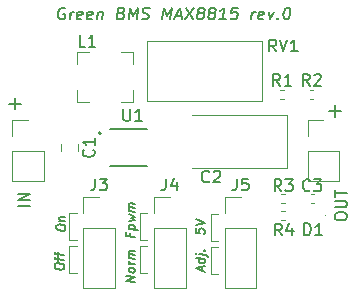
<source format=gbr>
%TF.GenerationSoftware,KiCad,Pcbnew,(5.1.9)-1*%
%TF.CreationDate,2021-12-07T16:03:42+01:00*%
%TF.ProjectId,max8815_00,6d617838-3831-4355-9f30-302e6b696361,rev?*%
%TF.SameCoordinates,Original*%
%TF.FileFunction,Legend,Top*%
%TF.FilePolarity,Positive*%
%FSLAX46Y46*%
G04 Gerber Fmt 4.6, Leading zero omitted, Abs format (unit mm)*
G04 Created by KiCad (PCBNEW (5.1.9)-1) date 2021-12-07 16:03:42*
%MOMM*%
%LPD*%
G01*
G04 APERTURE LIST*
%ADD10C,0.150000*%
%ADD11C,0.120000*%
%ADD12C,0.100000*%
%ADD13C,0.127000*%
%ADD14C,0.200000*%
G04 APERTURE END LIST*
D10*
X117657157Y-94700000D02*
X117567872Y-94652380D01*
X117425014Y-94652380D01*
X117276205Y-94700000D01*
X117169062Y-94795238D01*
X117109538Y-94890476D01*
X117038110Y-95080952D01*
X117020252Y-95223809D01*
X117044062Y-95414285D01*
X117079776Y-95509523D01*
X117163110Y-95604761D01*
X117300014Y-95652380D01*
X117395252Y-95652380D01*
X117544062Y-95604761D01*
X117597633Y-95557142D01*
X117639300Y-95223809D01*
X117448824Y-95223809D01*
X118014300Y-95652380D02*
X118097633Y-94985714D01*
X118073824Y-95176190D02*
X118133348Y-95080952D01*
X118186919Y-95033333D01*
X118288110Y-94985714D01*
X118383348Y-94985714D01*
X119020252Y-95604761D02*
X118919062Y-95652380D01*
X118728586Y-95652380D01*
X118639300Y-95604761D01*
X118603586Y-95509523D01*
X118651205Y-95128571D01*
X118710729Y-95033333D01*
X118811919Y-94985714D01*
X119002395Y-94985714D01*
X119091681Y-95033333D01*
X119127395Y-95128571D01*
X119115491Y-95223809D01*
X118627395Y-95319047D01*
X119877395Y-95604761D02*
X119776205Y-95652380D01*
X119585729Y-95652380D01*
X119496443Y-95604761D01*
X119460729Y-95509523D01*
X119508348Y-95128571D01*
X119567872Y-95033333D01*
X119669062Y-94985714D01*
X119859538Y-94985714D01*
X119948824Y-95033333D01*
X119984538Y-95128571D01*
X119972633Y-95223809D01*
X119484538Y-95319047D01*
X120430967Y-94985714D02*
X120347633Y-95652380D01*
X120419062Y-95080952D02*
X120472633Y-95033333D01*
X120573824Y-94985714D01*
X120716681Y-94985714D01*
X120805967Y-95033333D01*
X120841681Y-95128571D01*
X120776205Y-95652380D01*
X122413110Y-95128571D02*
X122550014Y-95176190D01*
X122591681Y-95223809D01*
X122627395Y-95319047D01*
X122609538Y-95461904D01*
X122550014Y-95557142D01*
X122496443Y-95604761D01*
X122395252Y-95652380D01*
X122014300Y-95652380D01*
X122139300Y-94652380D01*
X122472633Y-94652380D01*
X122561919Y-94700000D01*
X122603586Y-94747619D01*
X122639300Y-94842857D01*
X122627395Y-94938095D01*
X122567872Y-95033333D01*
X122514300Y-95080952D01*
X122413110Y-95128571D01*
X122079776Y-95128571D01*
X123014300Y-95652380D02*
X123139300Y-94652380D01*
X123383348Y-95366666D01*
X123805967Y-94652380D01*
X123680967Y-95652380D01*
X124115491Y-95604761D02*
X124252395Y-95652380D01*
X124490491Y-95652380D01*
X124591681Y-95604761D01*
X124645252Y-95557142D01*
X124704776Y-95461904D01*
X124716681Y-95366666D01*
X124680967Y-95271428D01*
X124639300Y-95223809D01*
X124550014Y-95176190D01*
X124365491Y-95128571D01*
X124276205Y-95080952D01*
X124234538Y-95033333D01*
X124198824Y-94938095D01*
X124210729Y-94842857D01*
X124270252Y-94747619D01*
X124323824Y-94700000D01*
X124425014Y-94652380D01*
X124663110Y-94652380D01*
X124800014Y-94700000D01*
X125871443Y-95652380D02*
X125996443Y-94652380D01*
X126240491Y-95366666D01*
X126663110Y-94652380D01*
X126538110Y-95652380D01*
X127002395Y-95366666D02*
X127478586Y-95366666D01*
X126871443Y-95652380D02*
X127329776Y-94652380D01*
X127538110Y-95652380D01*
X127901205Y-94652380D02*
X128442872Y-95652380D01*
X128567872Y-94652380D02*
X127776205Y-95652380D01*
X129038110Y-95080952D02*
X128948824Y-95033333D01*
X128907157Y-94985714D01*
X128871443Y-94890476D01*
X128877395Y-94842857D01*
X128936919Y-94747619D01*
X128990491Y-94700000D01*
X129091681Y-94652380D01*
X129282157Y-94652380D01*
X129371443Y-94700000D01*
X129413110Y-94747619D01*
X129448824Y-94842857D01*
X129442872Y-94890476D01*
X129383348Y-94985714D01*
X129329776Y-95033333D01*
X129228586Y-95080952D01*
X129038110Y-95080952D01*
X128936919Y-95128571D01*
X128883348Y-95176190D01*
X128823824Y-95271428D01*
X128800014Y-95461904D01*
X128835729Y-95557142D01*
X128877395Y-95604761D01*
X128966681Y-95652380D01*
X129157157Y-95652380D01*
X129258348Y-95604761D01*
X129311919Y-95557142D01*
X129371443Y-95461904D01*
X129395252Y-95271428D01*
X129359538Y-95176190D01*
X129317872Y-95128571D01*
X129228586Y-95080952D01*
X129990491Y-95080952D02*
X129901205Y-95033333D01*
X129859538Y-94985714D01*
X129823824Y-94890476D01*
X129829776Y-94842857D01*
X129889300Y-94747619D01*
X129942872Y-94700000D01*
X130044062Y-94652380D01*
X130234538Y-94652380D01*
X130323824Y-94700000D01*
X130365491Y-94747619D01*
X130401205Y-94842857D01*
X130395252Y-94890476D01*
X130335729Y-94985714D01*
X130282157Y-95033333D01*
X130180967Y-95080952D01*
X129990491Y-95080952D01*
X129889300Y-95128571D01*
X129835729Y-95176190D01*
X129776205Y-95271428D01*
X129752395Y-95461904D01*
X129788110Y-95557142D01*
X129829776Y-95604761D01*
X129919062Y-95652380D01*
X130109538Y-95652380D01*
X130210729Y-95604761D01*
X130264300Y-95557142D01*
X130323824Y-95461904D01*
X130347633Y-95271428D01*
X130311919Y-95176190D01*
X130270252Y-95128571D01*
X130180967Y-95080952D01*
X131252395Y-95652380D02*
X130680967Y-95652380D01*
X130966681Y-95652380D02*
X131091681Y-94652380D01*
X130978586Y-94795238D01*
X130871443Y-94890476D01*
X130770252Y-94938095D01*
X132282157Y-94652380D02*
X131805967Y-94652380D01*
X131698824Y-95128571D01*
X131752395Y-95080952D01*
X131853586Y-95033333D01*
X132091681Y-95033333D01*
X132180967Y-95080952D01*
X132222633Y-95128571D01*
X132258348Y-95223809D01*
X132228586Y-95461904D01*
X132169062Y-95557142D01*
X132115491Y-95604761D01*
X132014300Y-95652380D01*
X131776205Y-95652380D01*
X131686919Y-95604761D01*
X131645252Y-95557142D01*
X133395252Y-95652380D02*
X133478586Y-94985714D01*
X133454776Y-95176190D02*
X133514300Y-95080952D01*
X133567872Y-95033333D01*
X133669062Y-94985714D01*
X133764300Y-94985714D01*
X134401205Y-95604761D02*
X134300014Y-95652380D01*
X134109538Y-95652380D01*
X134020252Y-95604761D01*
X133984538Y-95509523D01*
X134032157Y-95128571D01*
X134091681Y-95033333D01*
X134192872Y-94985714D01*
X134383348Y-94985714D01*
X134472633Y-95033333D01*
X134508348Y-95128571D01*
X134496443Y-95223809D01*
X134008348Y-95319047D01*
X134859538Y-94985714D02*
X135014300Y-95652380D01*
X135335729Y-94985714D01*
X135645252Y-95557142D02*
X135686919Y-95604761D01*
X135633348Y-95652380D01*
X135591681Y-95604761D01*
X135645252Y-95557142D01*
X135633348Y-95652380D01*
X136425014Y-94652380D02*
X136520252Y-94652380D01*
X136609538Y-94700000D01*
X136651205Y-94747619D01*
X136686919Y-94842857D01*
X136710729Y-95033333D01*
X136680967Y-95271428D01*
X136609538Y-95461904D01*
X136550014Y-95557142D01*
X136496443Y-95604761D01*
X136395252Y-95652380D01*
X136300014Y-95652380D01*
X136210729Y-95604761D01*
X136169062Y-95557142D01*
X136133348Y-95461904D01*
X136109538Y-95271428D01*
X136139300Y-95033333D01*
X136210729Y-94842857D01*
X136270252Y-94747619D01*
X136323824Y-94700000D01*
X136425014Y-94652380D01*
X128682714Y-113328982D02*
X128682714Y-113691839D01*
X129045571Y-113773482D01*
X129009285Y-113732660D01*
X128973000Y-113655553D01*
X128973000Y-113474125D01*
X129009285Y-113406089D01*
X129045571Y-113374339D01*
X129118142Y-113347125D01*
X129299571Y-113369803D01*
X129372142Y-113415160D01*
X129408428Y-113455982D01*
X129444714Y-113533089D01*
X129444714Y-113714517D01*
X129408428Y-113782553D01*
X129372142Y-113814303D01*
X128682714Y-113074982D02*
X129444714Y-112916232D01*
X128682714Y-112566982D01*
X129227000Y-116940875D02*
X129227000Y-116578017D01*
X129444714Y-117040660D02*
X128682714Y-116691410D01*
X129444714Y-116532660D01*
X129444714Y-115952089D02*
X128682714Y-115856839D01*
X129408428Y-115947553D02*
X129444714Y-116024660D01*
X129444714Y-116169803D01*
X129408428Y-116237839D01*
X129372142Y-116269589D01*
X129299571Y-116296803D01*
X129081857Y-116269589D01*
X129009285Y-116224232D01*
X128973000Y-116183410D01*
X128936714Y-116106303D01*
X128936714Y-115961160D01*
X128973000Y-115893125D01*
X128936714Y-115525732D02*
X129589857Y-115607375D01*
X129662428Y-115652732D01*
X129698714Y-115729839D01*
X129698714Y-115766125D01*
X128682714Y-115493982D02*
X128719000Y-115534803D01*
X128755285Y-115503053D01*
X128719000Y-115462232D01*
X128682714Y-115493982D01*
X128755285Y-115503053D01*
X129372142Y-115217303D02*
X129408428Y-115185553D01*
X129444714Y-115226375D01*
X129408428Y-115258125D01*
X129372142Y-115217303D01*
X129444714Y-115226375D01*
X123145571Y-113772196D02*
X123145571Y-114026196D01*
X123544714Y-114076089D02*
X122782714Y-113980839D01*
X122782714Y-113617982D01*
X123036714Y-113359446D02*
X123798714Y-113454696D01*
X123073000Y-113363982D02*
X123036714Y-113286875D01*
X123036714Y-113141732D01*
X123073000Y-113073696D01*
X123109285Y-113041946D01*
X123181857Y-113014732D01*
X123399571Y-113041946D01*
X123472142Y-113087303D01*
X123508428Y-113128125D01*
X123544714Y-113205232D01*
X123544714Y-113350375D01*
X123508428Y-113418410D01*
X123036714Y-112742589D02*
X123544714Y-112660946D01*
X123181857Y-112470446D01*
X123544714Y-112370660D01*
X123036714Y-112162017D01*
X123544714Y-111935232D02*
X123036714Y-111871732D01*
X123109285Y-111880803D02*
X123073000Y-111839982D01*
X123036714Y-111762875D01*
X123036714Y-111654017D01*
X123073000Y-111585982D01*
X123145571Y-111558767D01*
X123544714Y-111608660D01*
X123145571Y-111558767D02*
X123073000Y-111513410D01*
X123036714Y-111436303D01*
X123036714Y-111327446D01*
X123073000Y-111259410D01*
X123145571Y-111232196D01*
X123544714Y-111282089D01*
X123544714Y-117885375D02*
X122782714Y-117790125D01*
X123544714Y-117449946D01*
X122782714Y-117354696D01*
X123544714Y-116978232D02*
X123508428Y-117046267D01*
X123472142Y-117078017D01*
X123399571Y-117105232D01*
X123181857Y-117078017D01*
X123109285Y-117032660D01*
X123073000Y-116991839D01*
X123036714Y-116914732D01*
X123036714Y-116805875D01*
X123073000Y-116737839D01*
X123109285Y-116706089D01*
X123181857Y-116678875D01*
X123399571Y-116706089D01*
X123472142Y-116751446D01*
X123508428Y-116792267D01*
X123544714Y-116869375D01*
X123544714Y-116978232D01*
X123544714Y-116397660D02*
X123036714Y-116334160D01*
X123181857Y-116352303D02*
X123109285Y-116306946D01*
X123073000Y-116266125D01*
X123036714Y-116189017D01*
X123036714Y-116116446D01*
X123544714Y-115925946D02*
X123036714Y-115862446D01*
X123109285Y-115871517D02*
X123073000Y-115830696D01*
X123036714Y-115753589D01*
X123036714Y-115644732D01*
X123073000Y-115576696D01*
X123145571Y-115549482D01*
X123544714Y-115599375D01*
X123145571Y-115549482D02*
X123073000Y-115504125D01*
X123036714Y-115427017D01*
X123036714Y-115318160D01*
X123073000Y-115250125D01*
X123145571Y-115222910D01*
X123544714Y-115272803D01*
X116782714Y-116591839D02*
X116782714Y-116446696D01*
X116819000Y-116378660D01*
X116891571Y-116315160D01*
X117036714Y-116297017D01*
X117290714Y-116328767D01*
X117435857Y-116383196D01*
X117508428Y-116464839D01*
X117544714Y-116541946D01*
X117544714Y-116687089D01*
X117508428Y-116755125D01*
X117435857Y-116818625D01*
X117290714Y-116836767D01*
X117036714Y-116805017D01*
X116891571Y-116750589D01*
X116819000Y-116668946D01*
X116782714Y-116591839D01*
X117036714Y-116079303D02*
X117036714Y-115789017D01*
X117544714Y-116033946D02*
X116891571Y-115952303D01*
X116819000Y-115906946D01*
X116782714Y-115829839D01*
X116782714Y-115757267D01*
X117036714Y-115643875D02*
X117036714Y-115353589D01*
X117544714Y-115598517D02*
X116891571Y-115516875D01*
X116819000Y-115471517D01*
X116782714Y-115394410D01*
X116782714Y-115321839D01*
D11*
X130000000Y-114900000D02*
X130000000Y-117200000D01*
X130600000Y-114900000D02*
X130000000Y-114900000D01*
X130600000Y-112100000D02*
X130000000Y-112100000D01*
X130000000Y-114400000D02*
X130600000Y-114400000D01*
X130000000Y-112100000D02*
X130000000Y-114400000D01*
X130000000Y-117200000D02*
X130600000Y-117200000D01*
X124000000Y-114800000D02*
X124000000Y-117100000D01*
X124600000Y-114800000D02*
X124000000Y-114800000D01*
X124600000Y-112000000D02*
X124000000Y-112000000D01*
X124000000Y-114300000D02*
X124600000Y-114300000D01*
X124000000Y-112000000D02*
X124000000Y-114300000D01*
X124000000Y-117100000D02*
X124600000Y-117100000D01*
X118600000Y-114800000D02*
X118000000Y-114800000D01*
X118000000Y-117100000D02*
X118600000Y-117100000D01*
X118000000Y-114800000D02*
X118000000Y-117100000D01*
X118000000Y-114300000D02*
X118600000Y-114300000D01*
X118000000Y-112000000D02*
X118000000Y-114300000D01*
X118600000Y-112000000D02*
X118000000Y-112000000D01*
D10*
X116882714Y-113301125D02*
X116882714Y-113155982D01*
X116919000Y-113087946D01*
X116991571Y-113024446D01*
X117136714Y-113006303D01*
X117390714Y-113038053D01*
X117535857Y-113092482D01*
X117608428Y-113174125D01*
X117644714Y-113251232D01*
X117644714Y-113396375D01*
X117608428Y-113464410D01*
X117535857Y-113527910D01*
X117390714Y-113546053D01*
X117136714Y-113514303D01*
X116991571Y-113459875D01*
X116919000Y-113378232D01*
X116882714Y-113301125D01*
X117136714Y-112679732D02*
X117644714Y-112743232D01*
X117209285Y-112688803D02*
X117173000Y-112647982D01*
X117136714Y-112570875D01*
X117136714Y-112462017D01*
X117173000Y-112393982D01*
X117245571Y-112366767D01*
X117644714Y-112416660D01*
X112916190Y-102790714D02*
X113883809Y-102790714D01*
X113400000Y-103274523D02*
X113400000Y-102306904D01*
X140016190Y-103390714D02*
X140983809Y-103390714D01*
X140500000Y-103874523D02*
X140500000Y-102906904D01*
D11*
%TO.C,R4*%
X135952259Y-112622600D02*
X136259541Y-112622600D01*
X135952259Y-111862600D02*
X136259541Y-111862600D01*
D12*
%TO.C,D1*%
X139735100Y-112229900D02*
G75*
G03*
X139735100Y-112229900I-50000J0D01*
G01*
D11*
%TO.C,L1*%
X123385000Y-102610000D02*
X123385000Y-101585000D01*
X123385000Y-102610000D02*
X122360000Y-102610000D01*
X118615000Y-102610000D02*
X119640000Y-102610000D01*
X118615000Y-102610000D02*
X118615000Y-101585000D01*
X118615000Y-98390000D02*
X118615000Y-99415000D01*
X123385000Y-98390000D02*
X123385000Y-99415000D01*
X118615000Y-98390000D02*
X119640000Y-98390000D01*
X123385000Y-98390000D02*
X122360000Y-98390000D01*
%TO.C,R1*%
X135846359Y-101620000D02*
X136153641Y-101620000D01*
X135846359Y-102380000D02*
X136153641Y-102380000D01*
%TO.C,J4*%
X125170000Y-118410000D02*
X127830000Y-118410000D01*
X125170000Y-113270000D02*
X125170000Y-118410000D01*
X127830000Y-113270000D02*
X127830000Y-118410000D01*
X125170000Y-113270000D02*
X127830000Y-113270000D01*
X125170000Y-112000000D02*
X125170000Y-110670000D01*
X125170000Y-110670000D02*
X126500000Y-110670000D01*
%TO.C,J3*%
X119170000Y-118410000D02*
X121830000Y-118410000D01*
X119170000Y-113270000D02*
X119170000Y-118410000D01*
X121830000Y-113270000D02*
X121830000Y-118410000D01*
X119170000Y-113270000D02*
X121830000Y-113270000D01*
X119170000Y-112000000D02*
X119170000Y-110670000D01*
X119170000Y-110670000D02*
X120500000Y-110670000D01*
%TO.C,OUT*%
X138170000Y-109370000D02*
X140830000Y-109370000D01*
X138170000Y-106770000D02*
X138170000Y-109370000D01*
X140830000Y-106770000D02*
X140830000Y-109370000D01*
X138170000Y-106770000D02*
X140830000Y-106770000D01*
X138170000Y-105500000D02*
X138170000Y-104170000D01*
X138170000Y-104170000D02*
X139500000Y-104170000D01*
%TO.C,C3*%
X138468364Y-110458900D02*
X138684036Y-110458900D01*
X138468364Y-111178900D02*
X138684036Y-111178900D01*
%TO.C,C2*%
X128350000Y-108260000D02*
X136410000Y-108260000D01*
X136410000Y-108260000D02*
X136410000Y-103740000D01*
X136410000Y-103740000D02*
X128350000Y-103740000D01*
%TO.C,C1*%
X118735000Y-106238748D02*
X118735000Y-106761252D01*
X117265000Y-106238748D02*
X117265000Y-106761252D01*
D13*
%TO.C,U1*%
X121450000Y-108050000D02*
X124550000Y-108050000D01*
X124550000Y-104950000D02*
X121450000Y-104950000D01*
D14*
X120664000Y-105284000D02*
G75*
G03*
X120664000Y-105284000I-100000J0D01*
G01*
D11*
%TO.C,RV1*%
X124575000Y-97470000D02*
X134345000Y-97470000D01*
X124575000Y-102540000D02*
X134345000Y-102540000D01*
X124575000Y-97470000D02*
X124575000Y-102540000D01*
X134345000Y-97470000D02*
X134345000Y-102540000D01*
%TO.C,R3*%
X136229841Y-111198900D02*
X135922559Y-111198900D01*
X136229841Y-110438900D02*
X135922559Y-110438900D01*
%TO.C,R2*%
X138346359Y-101620000D02*
X138653641Y-101620000D01*
X138346359Y-102380000D02*
X138653641Y-102380000D01*
%TO.C,J5*%
X131170000Y-118410000D02*
X133830000Y-118410000D01*
X131170000Y-113270000D02*
X131170000Y-118410000D01*
X133830000Y-113270000D02*
X133830000Y-118410000D01*
X131170000Y-113270000D02*
X133830000Y-113270000D01*
X131170000Y-112000000D02*
X131170000Y-110670000D01*
X131170000Y-110670000D02*
X132500000Y-110670000D01*
%TO.C,IN*%
X113170000Y-104170000D02*
X114500000Y-104170000D01*
X113170000Y-105500000D02*
X113170000Y-104170000D01*
X113170000Y-106770000D02*
X115830000Y-106770000D01*
X115830000Y-106770000D02*
X115830000Y-109370000D01*
X113170000Y-106770000D02*
X113170000Y-109370000D01*
X113170000Y-109370000D02*
X115830000Y-109370000D01*
%TO.C,R4*%
D10*
X135990033Y-113939580D02*
X135656700Y-113463390D01*
X135418604Y-113939580D02*
X135418604Y-112939580D01*
X135799557Y-112939580D01*
X135894795Y-112987200D01*
X135942414Y-113034819D01*
X135990033Y-113130057D01*
X135990033Y-113272914D01*
X135942414Y-113368152D01*
X135894795Y-113415771D01*
X135799557Y-113463390D01*
X135418604Y-113463390D01*
X136847176Y-113272914D02*
X136847176Y-113939580D01*
X136609080Y-112891961D02*
X136370985Y-113606247D01*
X136990033Y-113606247D01*
%TO.C,D1*%
X137882404Y-113914180D02*
X137882404Y-112914180D01*
X138120500Y-112914180D01*
X138263357Y-112961800D01*
X138358595Y-113057038D01*
X138406214Y-113152276D01*
X138453833Y-113342752D01*
X138453833Y-113485609D01*
X138406214Y-113676085D01*
X138358595Y-113771323D01*
X138263357Y-113866561D01*
X138120500Y-113914180D01*
X137882404Y-113914180D01*
X139406214Y-113914180D02*
X138834785Y-113914180D01*
X139120500Y-113914180D02*
X139120500Y-112914180D01*
X139025261Y-113057038D01*
X138930023Y-113152276D01*
X138834785Y-113199895D01*
%TO.C,L1*%
X119333333Y-97952380D02*
X118857142Y-97952380D01*
X118857142Y-96952380D01*
X120190476Y-97952380D02*
X119619047Y-97952380D01*
X119904761Y-97952380D02*
X119904761Y-96952380D01*
X119809523Y-97095238D01*
X119714285Y-97190476D01*
X119619047Y-97238095D01*
%TO.C,R1*%
X135833333Y-101282380D02*
X135500000Y-100806190D01*
X135261904Y-101282380D02*
X135261904Y-100282380D01*
X135642857Y-100282380D01*
X135738095Y-100330000D01*
X135785714Y-100377619D01*
X135833333Y-100472857D01*
X135833333Y-100615714D01*
X135785714Y-100710952D01*
X135738095Y-100758571D01*
X135642857Y-100806190D01*
X135261904Y-100806190D01*
X136785714Y-101282380D02*
X136214285Y-101282380D01*
X136500000Y-101282380D02*
X136500000Y-100282380D01*
X136404761Y-100425238D01*
X136309523Y-100520476D01*
X136214285Y-100568095D01*
%TO.C,J4*%
X126166666Y-109122380D02*
X126166666Y-109836666D01*
X126119047Y-109979523D01*
X126023809Y-110074761D01*
X125880952Y-110122380D01*
X125785714Y-110122380D01*
X127071428Y-109455714D02*
X127071428Y-110122380D01*
X126833333Y-109074761D02*
X126595238Y-109789047D01*
X127214285Y-109789047D01*
%TO.C,J3*%
X120166666Y-109122380D02*
X120166666Y-109836666D01*
X120119047Y-109979523D01*
X120023809Y-110074761D01*
X119880952Y-110122380D01*
X119785714Y-110122380D01*
X120547619Y-109122380D02*
X121166666Y-109122380D01*
X120833333Y-109503333D01*
X120976190Y-109503333D01*
X121071428Y-109550952D01*
X121119047Y-109598571D01*
X121166666Y-109693809D01*
X121166666Y-109931904D01*
X121119047Y-110027142D01*
X121071428Y-110074761D01*
X120976190Y-110122380D01*
X120690476Y-110122380D01*
X120595238Y-110074761D01*
X120547619Y-110027142D01*
%TO.C,OUT*%
X140473180Y-112417100D02*
X140473180Y-112226623D01*
X140520800Y-112131385D01*
X140616038Y-112036147D01*
X140806514Y-111988528D01*
X141139847Y-111988528D01*
X141330323Y-112036147D01*
X141425561Y-112131385D01*
X141473180Y-112226623D01*
X141473180Y-112417100D01*
X141425561Y-112512338D01*
X141330323Y-112607576D01*
X141139847Y-112655195D01*
X140806514Y-112655195D01*
X140616038Y-112607576D01*
X140520800Y-112512338D01*
X140473180Y-112417100D01*
X140473180Y-111559957D02*
X141282704Y-111559957D01*
X141377942Y-111512338D01*
X141425561Y-111464719D01*
X141473180Y-111369480D01*
X141473180Y-111179004D01*
X141425561Y-111083766D01*
X141377942Y-111036147D01*
X141282704Y-110988528D01*
X140473180Y-110988528D01*
X140473180Y-110655195D02*
X140473180Y-110083766D01*
X141473180Y-110369480D02*
X140473180Y-110369480D01*
%TO.C,C3*%
X138364933Y-110097842D02*
X138317314Y-110145461D01*
X138174457Y-110193080D01*
X138079219Y-110193080D01*
X137936361Y-110145461D01*
X137841123Y-110050223D01*
X137793504Y-109954985D01*
X137745885Y-109764509D01*
X137745885Y-109621652D01*
X137793504Y-109431176D01*
X137841123Y-109335938D01*
X137936361Y-109240700D01*
X138079219Y-109193080D01*
X138174457Y-109193080D01*
X138317314Y-109240700D01*
X138364933Y-109288319D01*
X138698266Y-109193080D02*
X139317314Y-109193080D01*
X138983980Y-109574033D01*
X139126838Y-109574033D01*
X139222076Y-109621652D01*
X139269695Y-109669271D01*
X139317314Y-109764509D01*
X139317314Y-110002604D01*
X139269695Y-110097842D01*
X139222076Y-110145461D01*
X139126838Y-110193080D01*
X138841123Y-110193080D01*
X138745885Y-110145461D01*
X138698266Y-110097842D01*
%TO.C,C2*%
X129833333Y-109357142D02*
X129785714Y-109404761D01*
X129642857Y-109452380D01*
X129547619Y-109452380D01*
X129404761Y-109404761D01*
X129309523Y-109309523D01*
X129261904Y-109214285D01*
X129214285Y-109023809D01*
X129214285Y-108880952D01*
X129261904Y-108690476D01*
X129309523Y-108595238D01*
X129404761Y-108500000D01*
X129547619Y-108452380D01*
X129642857Y-108452380D01*
X129785714Y-108500000D01*
X129833333Y-108547619D01*
X130214285Y-108547619D02*
X130261904Y-108500000D01*
X130357142Y-108452380D01*
X130595238Y-108452380D01*
X130690476Y-108500000D01*
X130738095Y-108547619D01*
X130785714Y-108642857D01*
X130785714Y-108738095D01*
X130738095Y-108880952D01*
X130166666Y-109452380D01*
X130785714Y-109452380D01*
%TO.C,C1*%
X120037142Y-106666666D02*
X120084761Y-106714285D01*
X120132380Y-106857142D01*
X120132380Y-106952380D01*
X120084761Y-107095238D01*
X119989523Y-107190476D01*
X119894285Y-107238095D01*
X119703809Y-107285714D01*
X119560952Y-107285714D01*
X119370476Y-107238095D01*
X119275238Y-107190476D01*
X119180000Y-107095238D01*
X119132380Y-106952380D01*
X119132380Y-106857142D01*
X119180000Y-106714285D01*
X119227619Y-106666666D01*
X120132380Y-105714285D02*
X120132380Y-106285714D01*
X120132380Y-106000000D02*
X119132380Y-106000000D01*
X119275238Y-106095238D01*
X119370476Y-106190476D01*
X119418095Y-106285714D01*
%TO.C,U1*%
X122564945Y-103243910D02*
X122564945Y-104053434D01*
X122612564Y-104148672D01*
X122660183Y-104196291D01*
X122755421Y-104243910D01*
X122945897Y-104243910D01*
X123041135Y-104196291D01*
X123088754Y-104148672D01*
X123136373Y-104053434D01*
X123136373Y-103243910D01*
X124136373Y-104243910D02*
X123564945Y-104243910D01*
X123850659Y-104243910D02*
X123850659Y-103243910D01*
X123755421Y-103386768D01*
X123660183Y-103482006D01*
X123564945Y-103529625D01*
%TO.C,RV1*%
X135504761Y-98352380D02*
X135171428Y-97876190D01*
X134933333Y-98352380D02*
X134933333Y-97352380D01*
X135314285Y-97352380D01*
X135409523Y-97400000D01*
X135457142Y-97447619D01*
X135504761Y-97542857D01*
X135504761Y-97685714D01*
X135457142Y-97780952D01*
X135409523Y-97828571D01*
X135314285Y-97876190D01*
X134933333Y-97876190D01*
X135790476Y-97352380D02*
X136123809Y-98352380D01*
X136457142Y-97352380D01*
X137314285Y-98352380D02*
X136742857Y-98352380D01*
X137028571Y-98352380D02*
X137028571Y-97352380D01*
X136933333Y-97495238D01*
X136838095Y-97590476D01*
X136742857Y-97638095D01*
%TO.C,R3*%
X135939233Y-110193080D02*
X135605900Y-109716890D01*
X135367804Y-110193080D02*
X135367804Y-109193080D01*
X135748757Y-109193080D01*
X135843995Y-109240700D01*
X135891614Y-109288319D01*
X135939233Y-109383557D01*
X135939233Y-109526414D01*
X135891614Y-109621652D01*
X135843995Y-109669271D01*
X135748757Y-109716890D01*
X135367804Y-109716890D01*
X136272566Y-109193080D02*
X136891614Y-109193080D01*
X136558280Y-109574033D01*
X136701138Y-109574033D01*
X136796376Y-109621652D01*
X136843995Y-109669271D01*
X136891614Y-109764509D01*
X136891614Y-110002604D01*
X136843995Y-110097842D01*
X136796376Y-110145461D01*
X136701138Y-110193080D01*
X136415423Y-110193080D01*
X136320185Y-110145461D01*
X136272566Y-110097842D01*
%TO.C,R2*%
X138333333Y-101282380D02*
X138000000Y-100806190D01*
X137761904Y-101282380D02*
X137761904Y-100282380D01*
X138142857Y-100282380D01*
X138238095Y-100330000D01*
X138285714Y-100377619D01*
X138333333Y-100472857D01*
X138333333Y-100615714D01*
X138285714Y-100710952D01*
X138238095Y-100758571D01*
X138142857Y-100806190D01*
X137761904Y-100806190D01*
X138714285Y-100377619D02*
X138761904Y-100330000D01*
X138857142Y-100282380D01*
X139095238Y-100282380D01*
X139190476Y-100330000D01*
X139238095Y-100377619D01*
X139285714Y-100472857D01*
X139285714Y-100568095D01*
X139238095Y-100710952D01*
X138666666Y-101282380D01*
X139285714Y-101282380D01*
%TO.C,J5*%
X132166666Y-109122380D02*
X132166666Y-109836666D01*
X132119047Y-109979523D01*
X132023809Y-110074761D01*
X131880952Y-110122380D01*
X131785714Y-110122380D01*
X133119047Y-109122380D02*
X132642857Y-109122380D01*
X132595238Y-109598571D01*
X132642857Y-109550952D01*
X132738095Y-109503333D01*
X132976190Y-109503333D01*
X133071428Y-109550952D01*
X133119047Y-109598571D01*
X133166666Y-109693809D01*
X133166666Y-109931904D01*
X133119047Y-110027142D01*
X133071428Y-110074761D01*
X132976190Y-110122380D01*
X132738095Y-110122380D01*
X132642857Y-110074761D01*
X132595238Y-110027142D01*
%TO.C,IN*%
X114676180Y-111445609D02*
X113676180Y-111445609D01*
X114676180Y-110969419D02*
X113676180Y-110969419D01*
X114676180Y-110397990D01*
X113676180Y-110397990D01*
%TD*%
M02*

</source>
